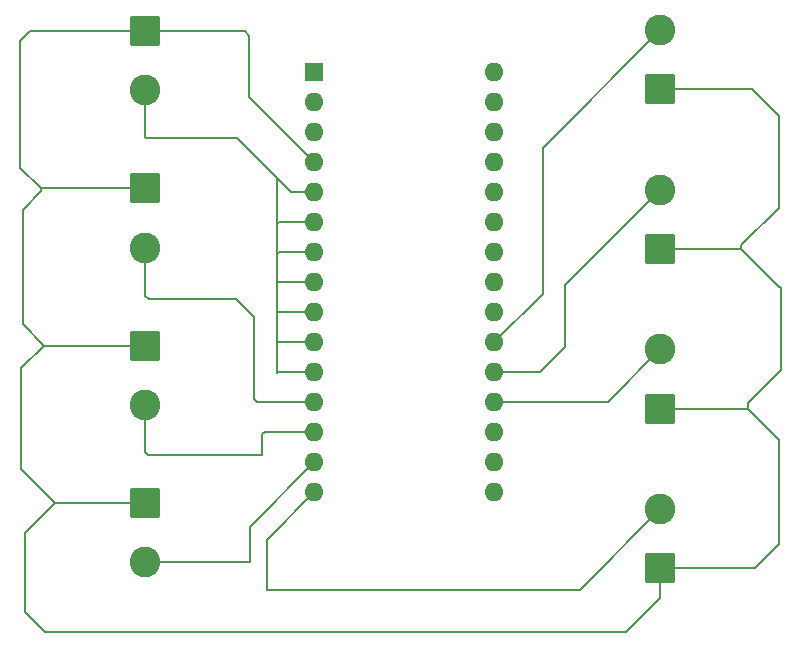
<source format=gtl>
%TF.GenerationSoftware,KiCad,Pcbnew,9.0.0*%
%TF.CreationDate,2025-11-11T15:09:18+01:00*%
%TF.ProjectId,lidar_and_7_camera_trigger_arduino_circuit,6c696461-725f-4616-9e64-5f375f63616d,1.0*%
%TF.SameCoordinates,Original*%
%TF.FileFunction,Copper,L1,Top*%
%TF.FilePolarity,Positive*%
%FSLAX46Y46*%
G04 Gerber Fmt 4.6, Leading zero omitted, Abs format (unit mm)*
G04 Created by KiCad (PCBNEW 9.0.0) date 2025-11-11 15:09:18*
%MOMM*%
%LPD*%
G01*
G04 APERTURE LIST*
G04 Aperture macros list*
%AMRoundRect*
0 Rectangle with rounded corners*
0 $1 Rounding radius*
0 $2 $3 $4 $5 $6 $7 $8 $9 X,Y pos of 4 corners*
0 Add a 4 corners polygon primitive as box body*
4,1,4,$2,$3,$4,$5,$6,$7,$8,$9,$2,$3,0*
0 Add four circle primitives for the rounded corners*
1,1,$1+$1,$2,$3*
1,1,$1+$1,$4,$5*
1,1,$1+$1,$6,$7*
1,1,$1+$1,$8,$9*
0 Add four rect primitives between the rounded corners*
20,1,$1+$1,$2,$3,$4,$5,0*
20,1,$1+$1,$4,$5,$6,$7,0*
20,1,$1+$1,$6,$7,$8,$9,0*
20,1,$1+$1,$8,$9,$2,$3,0*%
G04 Aperture macros list end*
%TA.AperFunction,ComponentPad*%
%ADD10C,2.600000*%
%TD*%
%TA.AperFunction,ComponentPad*%
%ADD11RoundRect,0.250000X-1.050000X1.050000X-1.050000X-1.050000X1.050000X-1.050000X1.050000X1.050000X0*%
%TD*%
%TA.AperFunction,ComponentPad*%
%ADD12RoundRect,0.250000X1.050000X-1.050000X1.050000X1.050000X-1.050000X1.050000X-1.050000X-1.050000X0*%
%TD*%
%TA.AperFunction,ComponentPad*%
%ADD13R,1.600000X1.600000*%
%TD*%
%TA.AperFunction,ComponentPad*%
%ADD14O,1.600000X1.600000*%
%TD*%
%TA.AperFunction,Conductor*%
%ADD15C,0.200000*%
%TD*%
G04 APERTURE END LIST*
D10*
%TO.P,J2,2,Pin_2*%
%TO.N,Net-(A1-D9)*%
X139400000Y-90966667D03*
D11*
%TO.P,J2,1,Pin_1*%
%TO.N,Net-(J1-Pin_1)*%
X139400000Y-85966667D03*
%TD*%
D10*
%TO.P,J4,2,Pin_2*%
%TO.N,Net-(A1-D11)*%
X139400000Y-117566667D03*
D11*
%TO.P,J4,1,Pin_1*%
%TO.N,Net-(J1-Pin_1)*%
X139400000Y-112566667D03*
%TD*%
D10*
%TO.P,J1,2,Pin_2*%
%TO.N,Net-(A1-D2)*%
X139400000Y-77666667D03*
D11*
%TO.P,J1,1,Pin_1*%
%TO.N,Net-(J1-Pin_1)*%
X139400000Y-72666667D03*
%TD*%
D10*
%TO.P,J3,2,Pin_2*%
%TO.N,Net-(A1-D10)*%
X139400000Y-104266667D03*
D11*
%TO.P,J3,1,Pin_1*%
%TO.N,Net-(J1-Pin_1)*%
X139400000Y-99266667D03*
%TD*%
D10*
%TO.P,J6,2,Pin_2*%
%TO.N,Net-(A1-A0)*%
X183000000Y-99600000D03*
D12*
%TO.P,J6,1,Pin_1*%
%TO.N,Net-(J1-Pin_1)*%
X183000000Y-104600000D03*
%TD*%
D10*
%TO.P,J5,2,Pin_2*%
%TO.N,Net-(A1-D12)*%
X183000000Y-113116667D03*
D12*
%TO.P,J5,1,Pin_1*%
%TO.N,Net-(J1-Pin_1)*%
X183000000Y-118116667D03*
%TD*%
D10*
%TO.P,J7,2,Pin_2*%
%TO.N,Net-(A1-A1)*%
X183000000Y-86083334D03*
D12*
%TO.P,J7,1,Pin_1*%
%TO.N,Net-(J1-Pin_1)*%
X183000000Y-91083334D03*
%TD*%
D10*
%TO.P,J8,2,Pin_2*%
%TO.N,Net-(A1-A2)*%
X183000000Y-72566667D03*
D12*
%TO.P,J8,1,Pin_1*%
%TO.N,Net-(J1-Pin_1)*%
X183000000Y-77566667D03*
%TD*%
D13*
%TO.P,A1,1,D1/TX*%
%TO.N,unconnected-(A1-D1{slash}TX-Pad1)*%
X153710000Y-76136667D03*
D14*
%TO.P,A1,2,D0/RX*%
%TO.N,unconnected-(A1-D0{slash}RX-Pad2)*%
X153710000Y-78676667D03*
%TO.P,A1,3,~{RESET}*%
%TO.N,unconnected-(A1-~{RESET}-Pad3)*%
X153710000Y-81216667D03*
%TO.P,A1,4,GND*%
%TO.N,Net-(J1-Pin_1)*%
X153710000Y-83756667D03*
%TO.P,A1,5,D2*%
%TO.N,Net-(A1-D2)*%
X153710000Y-86296667D03*
%TO.P,A1,6,D3*%
X153710000Y-88836667D03*
%TO.P,A1,7,D4*%
X153710000Y-91376667D03*
%TO.P,A1,8,D5*%
X153710000Y-93916667D03*
%TO.P,A1,9,D6*%
X153710000Y-96456667D03*
%TO.P,A1,10,D7*%
X153710000Y-98996667D03*
%TO.P,A1,11,D8*%
X153710000Y-101536667D03*
%TO.P,A1,12,D9*%
%TO.N,Net-(A1-D9)*%
X153710000Y-104076667D03*
%TO.P,A1,13,D10*%
%TO.N,Net-(A1-D10)*%
X153710000Y-106616667D03*
%TO.P,A1,14,D11*%
%TO.N,Net-(A1-D11)*%
X153710000Y-109156667D03*
%TO.P,A1,15,D12*%
%TO.N,Net-(A1-D12)*%
X153710000Y-111696667D03*
%TO.P,A1,16,D13*%
%TO.N,unconnected-(A1-D13-Pad16)*%
X168950000Y-111696667D03*
%TO.P,A1,17,3V3*%
%TO.N,unconnected-(A1-3V3-Pad17)*%
X168950000Y-109156667D03*
%TO.P,A1,18,AREF*%
%TO.N,unconnected-(A1-AREF-Pad18)*%
X168950000Y-106616667D03*
%TO.P,A1,19,A0*%
%TO.N,Net-(A1-A0)*%
X168950000Y-104076667D03*
%TO.P,A1,20,A1*%
%TO.N,Net-(A1-A1)*%
X168950000Y-101536667D03*
%TO.P,A1,21,A2*%
%TO.N,Net-(A1-A2)*%
X168950000Y-98996667D03*
%TO.P,A1,22,A3*%
%TO.N,unconnected-(A1-A3-Pad22)*%
X168950000Y-96456667D03*
%TO.P,A1,23,A4*%
%TO.N,unconnected-(A1-A4-Pad23)*%
X168950000Y-93916667D03*
%TO.P,A1,24,A5*%
%TO.N,unconnected-(A1-A5-Pad24)*%
X168950000Y-91376667D03*
%TO.P,A1,25,A6*%
%TO.N,unconnected-(A1-A6-Pad25)*%
X168950000Y-88836667D03*
%TO.P,A1,26,A7*%
%TO.N,unconnected-(A1-A7-Pad26)*%
X168950000Y-86296667D03*
%TO.P,A1,27,+5V*%
%TO.N,unconnected-(A1-+5V-Pad27)*%
X168950000Y-83756667D03*
%TO.P,A1,28,~{RESET}*%
%TO.N,unconnected-(A1-~{RESET}-Pad28)*%
X168950000Y-81216667D03*
%TO.P,A1,29,GND*%
%TO.N,unconnected-(A1-GND-Pad29)*%
X168950000Y-78676667D03*
%TO.P,A1,30,VIN*%
%TO.N,unconnected-(A1-VIN-Pad30)*%
X168950000Y-76136667D03*
%TD*%
D15*
%TO.N,Net-(J1-Pin_1)*%
X190766667Y-77566667D02*
X183000000Y-77566667D01*
X193000000Y-79800000D02*
X190766667Y-77566667D01*
X193000000Y-87600000D02*
X193000000Y-79800000D01*
X189833334Y-90766666D02*
X193000000Y-87600000D01*
X189833334Y-91083334D02*
X189833334Y-90766666D01*
X189833334Y-91083334D02*
X183000000Y-91083334D01*
X193050000Y-94300000D02*
X189833334Y-91083334D01*
X190400000Y-104150000D02*
X193250000Y-101300000D01*
X190400000Y-104600000D02*
X190400000Y-104150000D01*
X193250000Y-101300000D02*
X193250000Y-94300000D01*
X193250000Y-94300000D02*
X193050000Y-94300000D01*
X190400000Y-104600000D02*
X183000000Y-104600000D01*
X193050000Y-107250000D02*
X190400000Y-104600000D01*
X193050000Y-116050000D02*
X193050000Y-107250000D01*
X190983333Y-118116667D02*
X193050000Y-116050000D01*
X183000000Y-118116667D02*
X190983333Y-118116667D01*
X180100000Y-123550000D02*
X183000000Y-120650000D01*
X129200000Y-121850000D02*
X130900000Y-123550000D01*
X130900000Y-123550000D02*
X180100000Y-123550000D01*
X183000000Y-120650000D02*
X183000000Y-118116667D01*
X129200000Y-115133334D02*
X129200000Y-121850000D01*
X131766667Y-112566667D02*
X129200000Y-115133334D01*
X131766667Y-112566667D02*
X139400000Y-112566667D01*
X128900000Y-101100000D02*
X128900000Y-109700000D01*
X128983334Y-101100000D02*
X128900000Y-101100000D01*
X128900000Y-109700000D02*
X131766667Y-112566667D01*
X130816667Y-99266667D02*
X128983334Y-101100000D01*
X129000000Y-97450000D02*
X130816667Y-99266667D01*
X129000000Y-87750000D02*
X129000000Y-97450000D01*
X130816667Y-99266667D02*
X139400000Y-99266667D01*
X130566667Y-86183333D02*
X129000000Y-87750000D01*
X130550000Y-85950000D02*
X130566667Y-85966667D01*
X130566667Y-85966667D02*
X130566667Y-86183333D01*
X130566667Y-85966667D02*
X139400000Y-85966667D01*
X128800000Y-84200000D02*
X130550000Y-85950000D01*
X128800000Y-73450000D02*
X128800000Y-84200000D01*
X139400000Y-72666667D02*
X129583333Y-72666667D01*
X129583333Y-72666667D02*
X128800000Y-73450000D01*
X148200000Y-78246667D02*
X153710000Y-83756667D01*
X148200000Y-73050000D02*
X148200000Y-78246667D01*
X147816667Y-72666667D02*
X148200000Y-73050000D01*
X139400000Y-72666667D02*
X147816667Y-72666667D01*
%TO.N,Net-(A1-A1)*%
X174900000Y-99400000D02*
X172763333Y-101536667D01*
X172763333Y-101536667D02*
X168950000Y-101536667D01*
X174900000Y-94183334D02*
X174900000Y-99400000D01*
X183000000Y-86083334D02*
X174900000Y-94183334D01*
%TO.N,Net-(A1-A2)*%
X173050000Y-94896667D02*
X168950000Y-98996667D01*
X173050000Y-82516667D02*
X173050000Y-94896667D01*
X183000000Y-72566667D02*
X173050000Y-82516667D01*
%TO.N,Net-(A1-A0)*%
X178523333Y-104076667D02*
X168950000Y-104076667D01*
X183000000Y-99600000D02*
X178523333Y-104076667D01*
%TO.N,Net-(A1-D12)*%
X176166667Y-119950000D02*
X183000000Y-113116667D01*
X149700000Y-119950000D02*
X176166667Y-119950000D01*
X149700000Y-115706667D02*
X149700000Y-119950000D01*
X153710000Y-111696667D02*
X149700000Y-115706667D01*
%TO.N,Net-(A1-D11)*%
X148250000Y-114616667D02*
X148250000Y-117600000D01*
X148250000Y-117600000D02*
X148216667Y-117566667D01*
X153710000Y-109156667D02*
X148250000Y-114616667D01*
X148216667Y-117566667D02*
X139400000Y-117566667D01*
%TO.N,Net-(A1-D10)*%
X149500000Y-106550000D02*
X149566667Y-106616667D01*
X149300000Y-106750000D02*
X149500000Y-106550000D01*
X139650000Y-108500000D02*
X149250000Y-108500000D01*
X149300000Y-108550000D02*
X149300000Y-106750000D01*
X139400000Y-108250000D02*
X139650000Y-108500000D01*
X149250000Y-108500000D02*
X149300000Y-108550000D01*
X139400000Y-104266667D02*
X139400000Y-108250000D01*
X149566667Y-106616667D02*
X153710000Y-106616667D01*
%TO.N,Net-(A1-D9)*%
X148550000Y-96850000D02*
X148550000Y-103800000D01*
X148826667Y-104076667D02*
X153710000Y-104076667D01*
X139700000Y-95350000D02*
X147050000Y-95350000D01*
X148550000Y-103800000D02*
X148826667Y-104076667D01*
X139400000Y-95050000D02*
X139700000Y-95350000D01*
X139400000Y-90966667D02*
X139400000Y-95050000D01*
X147050000Y-95350000D02*
X148550000Y-96850000D01*
%TO.N,Net-(A1-D2)*%
X150553333Y-98996667D02*
X150550000Y-99000000D01*
X153710000Y-98996667D02*
X150553333Y-98996667D01*
X150550000Y-99000000D02*
X150550000Y-96500000D01*
X150593333Y-96456667D02*
X150550000Y-96500000D01*
X150550000Y-96500000D02*
X150550000Y-94000000D01*
X153710000Y-96456667D02*
X150593333Y-96456667D01*
X150633333Y-93916667D02*
X150550000Y-94000000D01*
X153710000Y-93916667D02*
X150633333Y-93916667D01*
X150550000Y-94000000D02*
X150550000Y-91500000D01*
X153710000Y-91376667D02*
X150673333Y-91376667D01*
X150550000Y-91500000D02*
X150550000Y-89000000D01*
X150673333Y-91376667D02*
X150550000Y-91500000D01*
X150713333Y-88836667D02*
X150550000Y-89000000D01*
X153710000Y-88836667D02*
X150713333Y-88836667D01*
X150550000Y-101600000D02*
X150550000Y-99000000D01*
X150550000Y-85100000D02*
X150475000Y-85025000D01*
X147150000Y-81700000D02*
X150475000Y-85025000D01*
X150613333Y-101536667D02*
X150550000Y-101600000D01*
X153710000Y-101536667D02*
X150613333Y-101536667D01*
X150550000Y-89000000D02*
X150550000Y-85100000D01*
X151746667Y-86296667D02*
X153710000Y-86296667D01*
X150475000Y-85025000D02*
X151746667Y-86296667D01*
X139450000Y-81700000D02*
X147150000Y-81700000D01*
X139400000Y-81650000D02*
X139450000Y-81700000D01*
X139400000Y-77666667D02*
X139400000Y-81650000D01*
%TD*%
M02*

</source>
